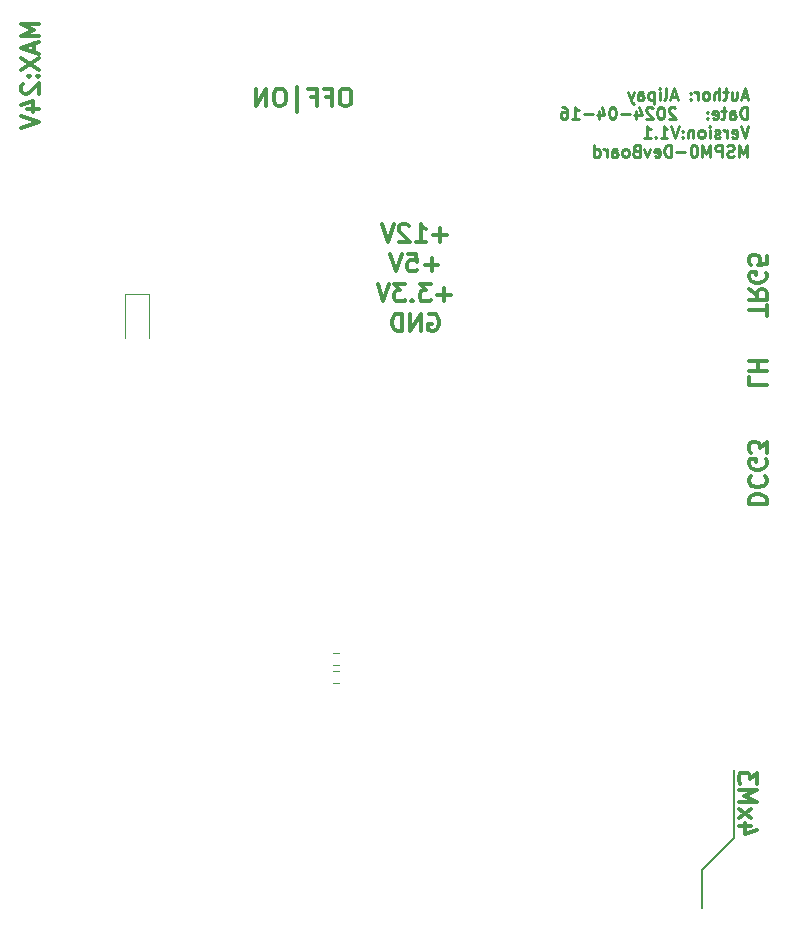
<source format=gbo>
G04 Layer: BottomSilkscreenLayer*
G04 EasyEDA v6.5.25, 2024-03-20 21:11:36*
G04 Gerber Generator version 0.2*
G04 Scale: 100 percent, Rotated: No, Reflected: No *
G04 Dimensions in millimeters  *
G04 leading zeros omitted , absolute positions ,3 integer and 6 decimal *
%TF.GenerationSoftware,KiCad,Pcbnew,8.0.3*%
%TF.CreationDate,2024-07-16T23:19:00+08:00*%
%TF.ProjectId,mspm0,6d73706d-302e-46b6-9963-61645f706362,rev?*%
%TF.SameCoordinates,Original*%
%TF.FileFunction,Legend,Bot*%
%TF.FilePolarity,Positive*%
%FSLAX46Y46*%
G04 Gerber Fmt 4.6, Leading zero omitted, Abs format (unit mm)*
G04 Created by KiCad (PCBNEW 8.0.3) date 2024-07-16 23:19:00*
%MOMM*%
%LPD*%
G01*
G04 APERTURE LIST*
%ADD10C,0.150000*%
%ADD11C,0.300000*%
%ADD12C,0.250000*%
%ADD13C,0.120000*%
G04 APERTURE END LIST*
D10*
X177150000Y-103400000D02*
X179900000Y-100650000D01*
X177150000Y-106600000D02*
X177150000Y-103400000D01*
X179900000Y-100650000D02*
X179900000Y-94950000D01*
D11*
X181121671Y-72407142D02*
X182621671Y-72407142D01*
X182621671Y-72407142D02*
X182621671Y-72049999D01*
X182621671Y-72049999D02*
X182550242Y-71835713D01*
X182550242Y-71835713D02*
X182407385Y-71692856D01*
X182407385Y-71692856D02*
X182264528Y-71621427D01*
X182264528Y-71621427D02*
X181978814Y-71549999D01*
X181978814Y-71549999D02*
X181764528Y-71549999D01*
X181764528Y-71549999D02*
X181478814Y-71621427D01*
X181478814Y-71621427D02*
X181335957Y-71692856D01*
X181335957Y-71692856D02*
X181193100Y-71835713D01*
X181193100Y-71835713D02*
X181121671Y-72049999D01*
X181121671Y-72049999D02*
X181121671Y-72407142D01*
X181264528Y-70049999D02*
X181193100Y-70121427D01*
X181193100Y-70121427D02*
X181121671Y-70335713D01*
X181121671Y-70335713D02*
X181121671Y-70478570D01*
X181121671Y-70478570D02*
X181193100Y-70692856D01*
X181193100Y-70692856D02*
X181335957Y-70835713D01*
X181335957Y-70835713D02*
X181478814Y-70907142D01*
X181478814Y-70907142D02*
X181764528Y-70978570D01*
X181764528Y-70978570D02*
X181978814Y-70978570D01*
X181978814Y-70978570D02*
X182264528Y-70907142D01*
X182264528Y-70907142D02*
X182407385Y-70835713D01*
X182407385Y-70835713D02*
X182550242Y-70692856D01*
X182550242Y-70692856D02*
X182621671Y-70478570D01*
X182621671Y-70478570D02*
X182621671Y-70335713D01*
X182621671Y-70335713D02*
X182550242Y-70121427D01*
X182550242Y-70121427D02*
X182478814Y-70049999D01*
X182550242Y-68621427D02*
X182621671Y-68764285D01*
X182621671Y-68764285D02*
X182621671Y-68978570D01*
X182621671Y-68978570D02*
X182550242Y-69192856D01*
X182550242Y-69192856D02*
X182407385Y-69335713D01*
X182407385Y-69335713D02*
X182264528Y-69407142D01*
X182264528Y-69407142D02*
X181978814Y-69478570D01*
X181978814Y-69478570D02*
X181764528Y-69478570D01*
X181764528Y-69478570D02*
X181478814Y-69407142D01*
X181478814Y-69407142D02*
X181335957Y-69335713D01*
X181335957Y-69335713D02*
X181193100Y-69192856D01*
X181193100Y-69192856D02*
X181121671Y-68978570D01*
X181121671Y-68978570D02*
X181121671Y-68835713D01*
X181121671Y-68835713D02*
X181193100Y-68621427D01*
X181193100Y-68621427D02*
X181264528Y-68549999D01*
X181264528Y-68549999D02*
X181764528Y-68549999D01*
X181764528Y-68549999D02*
X181764528Y-68835713D01*
X182621671Y-68049999D02*
X182621671Y-67121427D01*
X182621671Y-67121427D02*
X182050242Y-67621427D01*
X182050242Y-67621427D02*
X182050242Y-67407142D01*
X182050242Y-67407142D02*
X181978814Y-67264285D01*
X181978814Y-67264285D02*
X181907385Y-67192856D01*
X181907385Y-67192856D02*
X181764528Y-67121427D01*
X181764528Y-67121427D02*
X181407385Y-67121427D01*
X181407385Y-67121427D02*
X181264528Y-67192856D01*
X181264528Y-67192856D02*
X181193100Y-67264285D01*
X181193100Y-67264285D02*
X181121671Y-67407142D01*
X181121671Y-67407142D02*
X181121671Y-67835713D01*
X181121671Y-67835713D02*
X181193100Y-67978570D01*
X181193100Y-67978570D02*
X181264528Y-68049999D01*
X154828571Y-52140233D02*
X153685714Y-52140233D01*
X154257142Y-52711661D02*
X154257142Y-51568804D01*
X152257142Y-51211661D02*
X152971428Y-51211661D01*
X152971428Y-51211661D02*
X153042856Y-51925947D01*
X153042856Y-51925947D02*
X152971428Y-51854518D01*
X152971428Y-51854518D02*
X152828571Y-51783090D01*
X152828571Y-51783090D02*
X152471428Y-51783090D01*
X152471428Y-51783090D02*
X152328571Y-51854518D01*
X152328571Y-51854518D02*
X152257142Y-51925947D01*
X152257142Y-51925947D02*
X152185713Y-52068804D01*
X152185713Y-52068804D02*
X152185713Y-52425947D01*
X152185713Y-52425947D02*
X152257142Y-52568804D01*
X152257142Y-52568804D02*
X152328571Y-52640233D01*
X152328571Y-52640233D02*
X152471428Y-52711661D01*
X152471428Y-52711661D02*
X152828571Y-52711661D01*
X152828571Y-52711661D02*
X152971428Y-52640233D01*
X152971428Y-52640233D02*
X153042856Y-52568804D01*
X151757142Y-51211661D02*
X151257142Y-52711661D01*
X151257142Y-52711661D02*
X150757142Y-51211661D01*
X154042856Y-56349756D02*
X154185714Y-56278327D01*
X154185714Y-56278327D02*
X154399999Y-56278327D01*
X154399999Y-56278327D02*
X154614285Y-56349756D01*
X154614285Y-56349756D02*
X154757142Y-56492613D01*
X154757142Y-56492613D02*
X154828571Y-56635470D01*
X154828571Y-56635470D02*
X154899999Y-56921184D01*
X154899999Y-56921184D02*
X154899999Y-57135470D01*
X154899999Y-57135470D02*
X154828571Y-57421184D01*
X154828571Y-57421184D02*
X154757142Y-57564041D01*
X154757142Y-57564041D02*
X154614285Y-57706899D01*
X154614285Y-57706899D02*
X154399999Y-57778327D01*
X154399999Y-57778327D02*
X154257142Y-57778327D01*
X154257142Y-57778327D02*
X154042856Y-57706899D01*
X154042856Y-57706899D02*
X153971428Y-57635470D01*
X153971428Y-57635470D02*
X153971428Y-57135470D01*
X153971428Y-57135470D02*
X154257142Y-57135470D01*
X153328571Y-57778327D02*
X153328571Y-56278327D01*
X153328571Y-56278327D02*
X152471428Y-57778327D01*
X152471428Y-57778327D02*
X152471428Y-56278327D01*
X151757142Y-57778327D02*
X151757142Y-56278327D01*
X151757142Y-56278327D02*
X151399999Y-56278327D01*
X151399999Y-56278327D02*
X151185713Y-56349756D01*
X151185713Y-56349756D02*
X151042856Y-56492613D01*
X151042856Y-56492613D02*
X150971427Y-56635470D01*
X150971427Y-56635470D02*
X150899999Y-56921184D01*
X150899999Y-56921184D02*
X150899999Y-57135470D01*
X150899999Y-57135470D02*
X150971427Y-57421184D01*
X150971427Y-57421184D02*
X151042856Y-57564041D01*
X151042856Y-57564041D02*
X151185713Y-57706899D01*
X151185713Y-57706899D02*
X151399999Y-57778327D01*
X151399999Y-57778327D02*
X151757142Y-57778327D01*
X155899999Y-54673566D02*
X154757142Y-54673566D01*
X155328570Y-55244994D02*
X155328570Y-54102137D01*
X154185713Y-53744994D02*
X153257141Y-53744994D01*
X153257141Y-53744994D02*
X153757141Y-54316423D01*
X153757141Y-54316423D02*
X153542856Y-54316423D01*
X153542856Y-54316423D02*
X153399999Y-54387851D01*
X153399999Y-54387851D02*
X153328570Y-54459280D01*
X153328570Y-54459280D02*
X153257141Y-54602137D01*
X153257141Y-54602137D02*
X153257141Y-54959280D01*
X153257141Y-54959280D02*
X153328570Y-55102137D01*
X153328570Y-55102137D02*
X153399999Y-55173566D01*
X153399999Y-55173566D02*
X153542856Y-55244994D01*
X153542856Y-55244994D02*
X153971427Y-55244994D01*
X153971427Y-55244994D02*
X154114284Y-55173566D01*
X154114284Y-55173566D02*
X154185713Y-55102137D01*
X152614285Y-55102137D02*
X152542856Y-55173566D01*
X152542856Y-55173566D02*
X152614285Y-55244994D01*
X152614285Y-55244994D02*
X152685713Y-55173566D01*
X152685713Y-55173566D02*
X152614285Y-55102137D01*
X152614285Y-55102137D02*
X152614285Y-55244994D01*
X152042856Y-53744994D02*
X151114284Y-53744994D01*
X151114284Y-53744994D02*
X151614284Y-54316423D01*
X151614284Y-54316423D02*
X151399999Y-54316423D01*
X151399999Y-54316423D02*
X151257142Y-54387851D01*
X151257142Y-54387851D02*
X151185713Y-54459280D01*
X151185713Y-54459280D02*
X151114284Y-54602137D01*
X151114284Y-54602137D02*
X151114284Y-54959280D01*
X151114284Y-54959280D02*
X151185713Y-55102137D01*
X151185713Y-55102137D02*
X151257142Y-55173566D01*
X151257142Y-55173566D02*
X151399999Y-55244994D01*
X151399999Y-55244994D02*
X151828570Y-55244994D01*
X151828570Y-55244994D02*
X151971427Y-55173566D01*
X151971427Y-55173566D02*
X152042856Y-55102137D01*
X150685713Y-53744994D02*
X150185713Y-55244994D01*
X150185713Y-55244994D02*
X149685713Y-53744994D01*
X181271671Y-99642857D02*
X180271671Y-99642857D01*
X181843100Y-99999999D02*
X180771671Y-100357142D01*
X180771671Y-100357142D02*
X180771671Y-99428571D01*
X180271671Y-99000000D02*
X181271671Y-98214286D01*
X181271671Y-99000000D02*
X180271671Y-98214286D01*
X180271671Y-97642857D02*
X181771671Y-97642857D01*
X181771671Y-97642857D02*
X180700242Y-97142857D01*
X180700242Y-97142857D02*
X181771671Y-96642857D01*
X181771671Y-96642857D02*
X180271671Y-96642857D01*
X181771671Y-96071428D02*
X181771671Y-95142856D01*
X181771671Y-95142856D02*
X181200242Y-95642856D01*
X181200242Y-95642856D02*
X181200242Y-95428571D01*
X181200242Y-95428571D02*
X181128814Y-95285714D01*
X181128814Y-95285714D02*
X181057385Y-95214285D01*
X181057385Y-95214285D02*
X180914528Y-95142856D01*
X180914528Y-95142856D02*
X180557385Y-95142856D01*
X180557385Y-95142856D02*
X180414528Y-95214285D01*
X180414528Y-95214285D02*
X180343100Y-95285714D01*
X180343100Y-95285714D02*
X180271671Y-95428571D01*
X180271671Y-95428571D02*
X180271671Y-95857142D01*
X180271671Y-95857142D02*
X180343100Y-95999999D01*
X180343100Y-95999999D02*
X180414528Y-96071428D01*
X147114285Y-37228328D02*
X146828571Y-37228328D01*
X146828571Y-37228328D02*
X146685714Y-37299757D01*
X146685714Y-37299757D02*
X146542857Y-37442614D01*
X146542857Y-37442614D02*
X146471428Y-37728328D01*
X146471428Y-37728328D02*
X146471428Y-38228328D01*
X146471428Y-38228328D02*
X146542857Y-38514042D01*
X146542857Y-38514042D02*
X146685714Y-38656900D01*
X146685714Y-38656900D02*
X146828571Y-38728328D01*
X146828571Y-38728328D02*
X147114285Y-38728328D01*
X147114285Y-38728328D02*
X147257143Y-38656900D01*
X147257143Y-38656900D02*
X147400000Y-38514042D01*
X147400000Y-38514042D02*
X147471428Y-38228328D01*
X147471428Y-38228328D02*
X147471428Y-37728328D01*
X147471428Y-37728328D02*
X147400000Y-37442614D01*
X147400000Y-37442614D02*
X147257143Y-37299757D01*
X147257143Y-37299757D02*
X147114285Y-37228328D01*
X145328571Y-37942614D02*
X145828571Y-37942614D01*
X145828571Y-38728328D02*
X145828571Y-37228328D01*
X145828571Y-37228328D02*
X145114285Y-37228328D01*
X144042857Y-37942614D02*
X144542857Y-37942614D01*
X144542857Y-38728328D02*
X144542857Y-37228328D01*
X144542857Y-37228328D02*
X143828571Y-37228328D01*
X142900000Y-39228328D02*
X142900000Y-37085471D01*
X141542857Y-37228328D02*
X141257143Y-37228328D01*
X141257143Y-37228328D02*
X141114286Y-37299757D01*
X141114286Y-37299757D02*
X140971429Y-37442614D01*
X140971429Y-37442614D02*
X140900000Y-37728328D01*
X140900000Y-37728328D02*
X140900000Y-38228328D01*
X140900000Y-38228328D02*
X140971429Y-38514042D01*
X140971429Y-38514042D02*
X141114286Y-38656900D01*
X141114286Y-38656900D02*
X141257143Y-38728328D01*
X141257143Y-38728328D02*
X141542857Y-38728328D01*
X141542857Y-38728328D02*
X141685715Y-38656900D01*
X141685715Y-38656900D02*
X141828572Y-38514042D01*
X141828572Y-38514042D02*
X141900000Y-38228328D01*
X141900000Y-38228328D02*
X141900000Y-37728328D01*
X141900000Y-37728328D02*
X141828572Y-37442614D01*
X141828572Y-37442614D02*
X141685715Y-37299757D01*
X141685715Y-37299757D02*
X141542857Y-37228328D01*
X140257143Y-38728328D02*
X140257143Y-37228328D01*
X140257143Y-37228328D02*
X139400000Y-38728328D01*
X139400000Y-38728328D02*
X139400000Y-37228328D01*
X155542856Y-49606900D02*
X154399999Y-49606900D01*
X154971427Y-50178328D02*
X154971427Y-49035471D01*
X152899998Y-50178328D02*
X153757141Y-50178328D01*
X153328570Y-50178328D02*
X153328570Y-48678328D01*
X153328570Y-48678328D02*
X153471427Y-48892614D01*
X153471427Y-48892614D02*
X153614284Y-49035471D01*
X153614284Y-49035471D02*
X153757141Y-49106900D01*
X152328570Y-48821185D02*
X152257142Y-48749757D01*
X152257142Y-48749757D02*
X152114285Y-48678328D01*
X152114285Y-48678328D02*
X151757142Y-48678328D01*
X151757142Y-48678328D02*
X151614285Y-48749757D01*
X151614285Y-48749757D02*
X151542856Y-48821185D01*
X151542856Y-48821185D02*
X151471427Y-48964042D01*
X151471427Y-48964042D02*
X151471427Y-49106900D01*
X151471427Y-49106900D02*
X151542856Y-49321185D01*
X151542856Y-49321185D02*
X152399999Y-50178328D01*
X152399999Y-50178328D02*
X151471427Y-50178328D01*
X151042856Y-48678328D02*
X150542856Y-50178328D01*
X150542856Y-50178328D02*
X150042856Y-48678328D01*
D12*
X180995050Y-37898988D02*
X180518860Y-37898988D01*
X181090288Y-38184703D02*
X180756955Y-37184703D01*
X180756955Y-37184703D02*
X180423622Y-38184703D01*
X179661717Y-37518036D02*
X179661717Y-38184703D01*
X180090288Y-37518036D02*
X180090288Y-38041845D01*
X180090288Y-38041845D02*
X180042669Y-38137084D01*
X180042669Y-38137084D02*
X179947431Y-38184703D01*
X179947431Y-38184703D02*
X179804574Y-38184703D01*
X179804574Y-38184703D02*
X179709336Y-38137084D01*
X179709336Y-38137084D02*
X179661717Y-38089464D01*
X179328383Y-37518036D02*
X178947431Y-37518036D01*
X179185526Y-37184703D02*
X179185526Y-38041845D01*
X179185526Y-38041845D02*
X179137907Y-38137084D01*
X179137907Y-38137084D02*
X179042669Y-38184703D01*
X179042669Y-38184703D02*
X178947431Y-38184703D01*
X178614097Y-38184703D02*
X178614097Y-37184703D01*
X178185526Y-38184703D02*
X178185526Y-37660893D01*
X178185526Y-37660893D02*
X178233145Y-37565655D01*
X178233145Y-37565655D02*
X178328383Y-37518036D01*
X178328383Y-37518036D02*
X178471240Y-37518036D01*
X178471240Y-37518036D02*
X178566478Y-37565655D01*
X178566478Y-37565655D02*
X178614097Y-37613274D01*
X177566478Y-38184703D02*
X177661716Y-38137084D01*
X177661716Y-38137084D02*
X177709335Y-38089464D01*
X177709335Y-38089464D02*
X177756954Y-37994226D01*
X177756954Y-37994226D02*
X177756954Y-37708512D01*
X177756954Y-37708512D02*
X177709335Y-37613274D01*
X177709335Y-37613274D02*
X177661716Y-37565655D01*
X177661716Y-37565655D02*
X177566478Y-37518036D01*
X177566478Y-37518036D02*
X177423621Y-37518036D01*
X177423621Y-37518036D02*
X177328383Y-37565655D01*
X177328383Y-37565655D02*
X177280764Y-37613274D01*
X177280764Y-37613274D02*
X177233145Y-37708512D01*
X177233145Y-37708512D02*
X177233145Y-37994226D01*
X177233145Y-37994226D02*
X177280764Y-38089464D01*
X177280764Y-38089464D02*
X177328383Y-38137084D01*
X177328383Y-38137084D02*
X177423621Y-38184703D01*
X177423621Y-38184703D02*
X177566478Y-38184703D01*
X176804573Y-38184703D02*
X176804573Y-37518036D01*
X176804573Y-37708512D02*
X176756954Y-37613274D01*
X176756954Y-37613274D02*
X176709335Y-37565655D01*
X176709335Y-37565655D02*
X176614097Y-37518036D01*
X176614097Y-37518036D02*
X176518859Y-37518036D01*
X176185525Y-38089464D02*
X176137906Y-38137084D01*
X176137906Y-38137084D02*
X176185525Y-38184703D01*
X176185525Y-38184703D02*
X176233144Y-38137084D01*
X176233144Y-38137084D02*
X176185525Y-38089464D01*
X176185525Y-38089464D02*
X176185525Y-38184703D01*
X176185525Y-37565655D02*
X176137906Y-37613274D01*
X176137906Y-37613274D02*
X176185525Y-37660893D01*
X176185525Y-37660893D02*
X176233144Y-37613274D01*
X176233144Y-37613274D02*
X176185525Y-37565655D01*
X176185525Y-37565655D02*
X176185525Y-37660893D01*
X174995049Y-37898988D02*
X174518859Y-37898988D01*
X175090287Y-38184703D02*
X174756954Y-37184703D01*
X174756954Y-37184703D02*
X174423621Y-38184703D01*
X173947430Y-38184703D02*
X174042668Y-38137084D01*
X174042668Y-38137084D02*
X174090287Y-38041845D01*
X174090287Y-38041845D02*
X174090287Y-37184703D01*
X173566477Y-38184703D02*
X173566477Y-37518036D01*
X173566477Y-37184703D02*
X173614096Y-37232322D01*
X173614096Y-37232322D02*
X173566477Y-37279941D01*
X173566477Y-37279941D02*
X173518858Y-37232322D01*
X173518858Y-37232322D02*
X173566477Y-37184703D01*
X173566477Y-37184703D02*
X173566477Y-37279941D01*
X173090287Y-37518036D02*
X173090287Y-38518036D01*
X173090287Y-37565655D02*
X172995049Y-37518036D01*
X172995049Y-37518036D02*
X172804573Y-37518036D01*
X172804573Y-37518036D02*
X172709335Y-37565655D01*
X172709335Y-37565655D02*
X172661716Y-37613274D01*
X172661716Y-37613274D02*
X172614097Y-37708512D01*
X172614097Y-37708512D02*
X172614097Y-37994226D01*
X172614097Y-37994226D02*
X172661716Y-38089464D01*
X172661716Y-38089464D02*
X172709335Y-38137084D01*
X172709335Y-38137084D02*
X172804573Y-38184703D01*
X172804573Y-38184703D02*
X172995049Y-38184703D01*
X172995049Y-38184703D02*
X173090287Y-38137084D01*
X171756954Y-38184703D02*
X171756954Y-37660893D01*
X171756954Y-37660893D02*
X171804573Y-37565655D01*
X171804573Y-37565655D02*
X171899811Y-37518036D01*
X171899811Y-37518036D02*
X172090287Y-37518036D01*
X172090287Y-37518036D02*
X172185525Y-37565655D01*
X171756954Y-38137084D02*
X171852192Y-38184703D01*
X171852192Y-38184703D02*
X172090287Y-38184703D01*
X172090287Y-38184703D02*
X172185525Y-38137084D01*
X172185525Y-38137084D02*
X172233144Y-38041845D01*
X172233144Y-38041845D02*
X172233144Y-37946607D01*
X172233144Y-37946607D02*
X172185525Y-37851369D01*
X172185525Y-37851369D02*
X172090287Y-37803750D01*
X172090287Y-37803750D02*
X171852192Y-37803750D01*
X171852192Y-37803750D02*
X171756954Y-37756131D01*
X171376001Y-37518036D02*
X171137906Y-38184703D01*
X170899811Y-37518036D02*
X171137906Y-38184703D01*
X171137906Y-38184703D02*
X171233144Y-38422798D01*
X171233144Y-38422798D02*
X171280763Y-38470417D01*
X171280763Y-38470417D02*
X171376001Y-38518036D01*
X180947431Y-39794647D02*
X180947431Y-38794647D01*
X180947431Y-38794647D02*
X180709336Y-38794647D01*
X180709336Y-38794647D02*
X180566479Y-38842266D01*
X180566479Y-38842266D02*
X180471241Y-38937504D01*
X180471241Y-38937504D02*
X180423622Y-39032742D01*
X180423622Y-39032742D02*
X180376003Y-39223218D01*
X180376003Y-39223218D02*
X180376003Y-39366075D01*
X180376003Y-39366075D02*
X180423622Y-39556551D01*
X180423622Y-39556551D02*
X180471241Y-39651789D01*
X180471241Y-39651789D02*
X180566479Y-39747028D01*
X180566479Y-39747028D02*
X180709336Y-39794647D01*
X180709336Y-39794647D02*
X180947431Y-39794647D01*
X179518860Y-39794647D02*
X179518860Y-39270837D01*
X179518860Y-39270837D02*
X179566479Y-39175599D01*
X179566479Y-39175599D02*
X179661717Y-39127980D01*
X179661717Y-39127980D02*
X179852193Y-39127980D01*
X179852193Y-39127980D02*
X179947431Y-39175599D01*
X179518860Y-39747028D02*
X179614098Y-39794647D01*
X179614098Y-39794647D02*
X179852193Y-39794647D01*
X179852193Y-39794647D02*
X179947431Y-39747028D01*
X179947431Y-39747028D02*
X179995050Y-39651789D01*
X179995050Y-39651789D02*
X179995050Y-39556551D01*
X179995050Y-39556551D02*
X179947431Y-39461313D01*
X179947431Y-39461313D02*
X179852193Y-39413694D01*
X179852193Y-39413694D02*
X179614098Y-39413694D01*
X179614098Y-39413694D02*
X179518860Y-39366075D01*
X179185526Y-39127980D02*
X178804574Y-39127980D01*
X179042669Y-38794647D02*
X179042669Y-39651789D01*
X179042669Y-39651789D02*
X178995050Y-39747028D01*
X178995050Y-39747028D02*
X178899812Y-39794647D01*
X178899812Y-39794647D02*
X178804574Y-39794647D01*
X178090288Y-39747028D02*
X178185526Y-39794647D01*
X178185526Y-39794647D02*
X178376002Y-39794647D01*
X178376002Y-39794647D02*
X178471240Y-39747028D01*
X178471240Y-39747028D02*
X178518859Y-39651789D01*
X178518859Y-39651789D02*
X178518859Y-39270837D01*
X178518859Y-39270837D02*
X178471240Y-39175599D01*
X178471240Y-39175599D02*
X178376002Y-39127980D01*
X178376002Y-39127980D02*
X178185526Y-39127980D01*
X178185526Y-39127980D02*
X178090288Y-39175599D01*
X178090288Y-39175599D02*
X178042669Y-39270837D01*
X178042669Y-39270837D02*
X178042669Y-39366075D01*
X178042669Y-39366075D02*
X178518859Y-39461313D01*
X177614097Y-39699408D02*
X177566478Y-39747028D01*
X177566478Y-39747028D02*
X177614097Y-39794647D01*
X177614097Y-39794647D02*
X177661716Y-39747028D01*
X177661716Y-39747028D02*
X177614097Y-39699408D01*
X177614097Y-39699408D02*
X177614097Y-39794647D01*
X177614097Y-39175599D02*
X177566478Y-39223218D01*
X177566478Y-39223218D02*
X177614097Y-39270837D01*
X177614097Y-39270837D02*
X177661716Y-39223218D01*
X177661716Y-39223218D02*
X177614097Y-39175599D01*
X177614097Y-39175599D02*
X177614097Y-39270837D01*
X174899811Y-38889885D02*
X174852192Y-38842266D01*
X174852192Y-38842266D02*
X174756954Y-38794647D01*
X174756954Y-38794647D02*
X174518859Y-38794647D01*
X174518859Y-38794647D02*
X174423621Y-38842266D01*
X174423621Y-38842266D02*
X174376002Y-38889885D01*
X174376002Y-38889885D02*
X174328383Y-38985123D01*
X174328383Y-38985123D02*
X174328383Y-39080361D01*
X174328383Y-39080361D02*
X174376002Y-39223218D01*
X174376002Y-39223218D02*
X174947430Y-39794647D01*
X174947430Y-39794647D02*
X174328383Y-39794647D01*
X173709335Y-38794647D02*
X173614097Y-38794647D01*
X173614097Y-38794647D02*
X173518859Y-38842266D01*
X173518859Y-38842266D02*
X173471240Y-38889885D01*
X173471240Y-38889885D02*
X173423621Y-38985123D01*
X173423621Y-38985123D02*
X173376002Y-39175599D01*
X173376002Y-39175599D02*
X173376002Y-39413694D01*
X173376002Y-39413694D02*
X173423621Y-39604170D01*
X173423621Y-39604170D02*
X173471240Y-39699408D01*
X173471240Y-39699408D02*
X173518859Y-39747028D01*
X173518859Y-39747028D02*
X173614097Y-39794647D01*
X173614097Y-39794647D02*
X173709335Y-39794647D01*
X173709335Y-39794647D02*
X173804573Y-39747028D01*
X173804573Y-39747028D02*
X173852192Y-39699408D01*
X173852192Y-39699408D02*
X173899811Y-39604170D01*
X173899811Y-39604170D02*
X173947430Y-39413694D01*
X173947430Y-39413694D02*
X173947430Y-39175599D01*
X173947430Y-39175599D02*
X173899811Y-38985123D01*
X173899811Y-38985123D02*
X173852192Y-38889885D01*
X173852192Y-38889885D02*
X173804573Y-38842266D01*
X173804573Y-38842266D02*
X173709335Y-38794647D01*
X172995049Y-38889885D02*
X172947430Y-38842266D01*
X172947430Y-38842266D02*
X172852192Y-38794647D01*
X172852192Y-38794647D02*
X172614097Y-38794647D01*
X172614097Y-38794647D02*
X172518859Y-38842266D01*
X172518859Y-38842266D02*
X172471240Y-38889885D01*
X172471240Y-38889885D02*
X172423621Y-38985123D01*
X172423621Y-38985123D02*
X172423621Y-39080361D01*
X172423621Y-39080361D02*
X172471240Y-39223218D01*
X172471240Y-39223218D02*
X173042668Y-39794647D01*
X173042668Y-39794647D02*
X172423621Y-39794647D01*
X171566478Y-39127980D02*
X171566478Y-39794647D01*
X171804573Y-38747028D02*
X172042668Y-39461313D01*
X172042668Y-39461313D02*
X171423621Y-39461313D01*
X171042668Y-39413694D02*
X170280764Y-39413694D01*
X169614097Y-38794647D02*
X169518859Y-38794647D01*
X169518859Y-38794647D02*
X169423621Y-38842266D01*
X169423621Y-38842266D02*
X169376002Y-38889885D01*
X169376002Y-38889885D02*
X169328383Y-38985123D01*
X169328383Y-38985123D02*
X169280764Y-39175599D01*
X169280764Y-39175599D02*
X169280764Y-39413694D01*
X169280764Y-39413694D02*
X169328383Y-39604170D01*
X169328383Y-39604170D02*
X169376002Y-39699408D01*
X169376002Y-39699408D02*
X169423621Y-39747028D01*
X169423621Y-39747028D02*
X169518859Y-39794647D01*
X169518859Y-39794647D02*
X169614097Y-39794647D01*
X169614097Y-39794647D02*
X169709335Y-39747028D01*
X169709335Y-39747028D02*
X169756954Y-39699408D01*
X169756954Y-39699408D02*
X169804573Y-39604170D01*
X169804573Y-39604170D02*
X169852192Y-39413694D01*
X169852192Y-39413694D02*
X169852192Y-39175599D01*
X169852192Y-39175599D02*
X169804573Y-38985123D01*
X169804573Y-38985123D02*
X169756954Y-38889885D01*
X169756954Y-38889885D02*
X169709335Y-38842266D01*
X169709335Y-38842266D02*
X169614097Y-38794647D01*
X168423621Y-39127980D02*
X168423621Y-39794647D01*
X168661716Y-38747028D02*
X168899811Y-39461313D01*
X168899811Y-39461313D02*
X168280764Y-39461313D01*
X167899811Y-39413694D02*
X167137907Y-39413694D01*
X166137907Y-39794647D02*
X166709335Y-39794647D01*
X166423621Y-39794647D02*
X166423621Y-38794647D01*
X166423621Y-38794647D02*
X166518859Y-38937504D01*
X166518859Y-38937504D02*
X166614097Y-39032742D01*
X166614097Y-39032742D02*
X166709335Y-39080361D01*
X165280764Y-38794647D02*
X165471240Y-38794647D01*
X165471240Y-38794647D02*
X165566478Y-38842266D01*
X165566478Y-38842266D02*
X165614097Y-38889885D01*
X165614097Y-38889885D02*
X165709335Y-39032742D01*
X165709335Y-39032742D02*
X165756954Y-39223218D01*
X165756954Y-39223218D02*
X165756954Y-39604170D01*
X165756954Y-39604170D02*
X165709335Y-39699408D01*
X165709335Y-39699408D02*
X165661716Y-39747028D01*
X165661716Y-39747028D02*
X165566478Y-39794647D01*
X165566478Y-39794647D02*
X165376002Y-39794647D01*
X165376002Y-39794647D02*
X165280764Y-39747028D01*
X165280764Y-39747028D02*
X165233145Y-39699408D01*
X165233145Y-39699408D02*
X165185526Y-39604170D01*
X165185526Y-39604170D02*
X165185526Y-39366075D01*
X165185526Y-39366075D02*
X165233145Y-39270837D01*
X165233145Y-39270837D02*
X165280764Y-39223218D01*
X165280764Y-39223218D02*
X165376002Y-39175599D01*
X165376002Y-39175599D02*
X165566478Y-39175599D01*
X165566478Y-39175599D02*
X165661716Y-39223218D01*
X165661716Y-39223218D02*
X165709335Y-39270837D01*
X165709335Y-39270837D02*
X165756954Y-39366075D01*
X181090288Y-40404591D02*
X180756955Y-41404591D01*
X180756955Y-41404591D02*
X180423622Y-40404591D01*
X179709336Y-41356972D02*
X179804574Y-41404591D01*
X179804574Y-41404591D02*
X179995050Y-41404591D01*
X179995050Y-41404591D02*
X180090288Y-41356972D01*
X180090288Y-41356972D02*
X180137907Y-41261733D01*
X180137907Y-41261733D02*
X180137907Y-40880781D01*
X180137907Y-40880781D02*
X180090288Y-40785543D01*
X180090288Y-40785543D02*
X179995050Y-40737924D01*
X179995050Y-40737924D02*
X179804574Y-40737924D01*
X179804574Y-40737924D02*
X179709336Y-40785543D01*
X179709336Y-40785543D02*
X179661717Y-40880781D01*
X179661717Y-40880781D02*
X179661717Y-40976019D01*
X179661717Y-40976019D02*
X180137907Y-41071257D01*
X179233145Y-41404591D02*
X179233145Y-40737924D01*
X179233145Y-40928400D02*
X179185526Y-40833162D01*
X179185526Y-40833162D02*
X179137907Y-40785543D01*
X179137907Y-40785543D02*
X179042669Y-40737924D01*
X179042669Y-40737924D02*
X178947431Y-40737924D01*
X178661716Y-41356972D02*
X178566478Y-41404591D01*
X178566478Y-41404591D02*
X178376002Y-41404591D01*
X178376002Y-41404591D02*
X178280764Y-41356972D01*
X178280764Y-41356972D02*
X178233145Y-41261733D01*
X178233145Y-41261733D02*
X178233145Y-41214114D01*
X178233145Y-41214114D02*
X178280764Y-41118876D01*
X178280764Y-41118876D02*
X178376002Y-41071257D01*
X178376002Y-41071257D02*
X178518859Y-41071257D01*
X178518859Y-41071257D02*
X178614097Y-41023638D01*
X178614097Y-41023638D02*
X178661716Y-40928400D01*
X178661716Y-40928400D02*
X178661716Y-40880781D01*
X178661716Y-40880781D02*
X178614097Y-40785543D01*
X178614097Y-40785543D02*
X178518859Y-40737924D01*
X178518859Y-40737924D02*
X178376002Y-40737924D01*
X178376002Y-40737924D02*
X178280764Y-40785543D01*
X177804573Y-41404591D02*
X177804573Y-40737924D01*
X177804573Y-40404591D02*
X177852192Y-40452210D01*
X177852192Y-40452210D02*
X177804573Y-40499829D01*
X177804573Y-40499829D02*
X177756954Y-40452210D01*
X177756954Y-40452210D02*
X177804573Y-40404591D01*
X177804573Y-40404591D02*
X177804573Y-40499829D01*
X177185526Y-41404591D02*
X177280764Y-41356972D01*
X177280764Y-41356972D02*
X177328383Y-41309352D01*
X177328383Y-41309352D02*
X177376002Y-41214114D01*
X177376002Y-41214114D02*
X177376002Y-40928400D01*
X177376002Y-40928400D02*
X177328383Y-40833162D01*
X177328383Y-40833162D02*
X177280764Y-40785543D01*
X177280764Y-40785543D02*
X177185526Y-40737924D01*
X177185526Y-40737924D02*
X177042669Y-40737924D01*
X177042669Y-40737924D02*
X176947431Y-40785543D01*
X176947431Y-40785543D02*
X176899812Y-40833162D01*
X176899812Y-40833162D02*
X176852193Y-40928400D01*
X176852193Y-40928400D02*
X176852193Y-41214114D01*
X176852193Y-41214114D02*
X176899812Y-41309352D01*
X176899812Y-41309352D02*
X176947431Y-41356972D01*
X176947431Y-41356972D02*
X177042669Y-41404591D01*
X177042669Y-41404591D02*
X177185526Y-41404591D01*
X176423621Y-40737924D02*
X176423621Y-41404591D01*
X176423621Y-40833162D02*
X176376002Y-40785543D01*
X176376002Y-40785543D02*
X176280764Y-40737924D01*
X176280764Y-40737924D02*
X176137907Y-40737924D01*
X176137907Y-40737924D02*
X176042669Y-40785543D01*
X176042669Y-40785543D02*
X175995050Y-40880781D01*
X175995050Y-40880781D02*
X175995050Y-41404591D01*
X175518859Y-41309352D02*
X175471240Y-41356972D01*
X175471240Y-41356972D02*
X175518859Y-41404591D01*
X175518859Y-41404591D02*
X175566478Y-41356972D01*
X175566478Y-41356972D02*
X175518859Y-41309352D01*
X175518859Y-41309352D02*
X175518859Y-41404591D01*
X175518859Y-40785543D02*
X175471240Y-40833162D01*
X175471240Y-40833162D02*
X175518859Y-40880781D01*
X175518859Y-40880781D02*
X175566478Y-40833162D01*
X175566478Y-40833162D02*
X175518859Y-40785543D01*
X175518859Y-40785543D02*
X175518859Y-40880781D01*
X175185526Y-40404591D02*
X174852193Y-41404591D01*
X174852193Y-41404591D02*
X174518860Y-40404591D01*
X173661717Y-41404591D02*
X174233145Y-41404591D01*
X173947431Y-41404591D02*
X173947431Y-40404591D01*
X173947431Y-40404591D02*
X174042669Y-40547448D01*
X174042669Y-40547448D02*
X174137907Y-40642686D01*
X174137907Y-40642686D02*
X174233145Y-40690305D01*
X173233145Y-41309352D02*
X173185526Y-41356972D01*
X173185526Y-41356972D02*
X173233145Y-41404591D01*
X173233145Y-41404591D02*
X173280764Y-41356972D01*
X173280764Y-41356972D02*
X173233145Y-41309352D01*
X173233145Y-41309352D02*
X173233145Y-41404591D01*
X172233146Y-41404591D02*
X172804574Y-41404591D01*
X172518860Y-41404591D02*
X172518860Y-40404591D01*
X172518860Y-40404591D02*
X172614098Y-40547448D01*
X172614098Y-40547448D02*
X172709336Y-40642686D01*
X172709336Y-40642686D02*
X172804574Y-40690305D01*
X180947431Y-43014535D02*
X180947431Y-42014535D01*
X180947431Y-42014535D02*
X180614098Y-42728820D01*
X180614098Y-42728820D02*
X180280765Y-42014535D01*
X180280765Y-42014535D02*
X180280765Y-43014535D01*
X179852193Y-42966916D02*
X179709336Y-43014535D01*
X179709336Y-43014535D02*
X179471241Y-43014535D01*
X179471241Y-43014535D02*
X179376003Y-42966916D01*
X179376003Y-42966916D02*
X179328384Y-42919296D01*
X179328384Y-42919296D02*
X179280765Y-42824058D01*
X179280765Y-42824058D02*
X179280765Y-42728820D01*
X179280765Y-42728820D02*
X179328384Y-42633582D01*
X179328384Y-42633582D02*
X179376003Y-42585963D01*
X179376003Y-42585963D02*
X179471241Y-42538344D01*
X179471241Y-42538344D02*
X179661717Y-42490725D01*
X179661717Y-42490725D02*
X179756955Y-42443106D01*
X179756955Y-42443106D02*
X179804574Y-42395487D01*
X179804574Y-42395487D02*
X179852193Y-42300249D01*
X179852193Y-42300249D02*
X179852193Y-42205011D01*
X179852193Y-42205011D02*
X179804574Y-42109773D01*
X179804574Y-42109773D02*
X179756955Y-42062154D01*
X179756955Y-42062154D02*
X179661717Y-42014535D01*
X179661717Y-42014535D02*
X179423622Y-42014535D01*
X179423622Y-42014535D02*
X179280765Y-42062154D01*
X178852193Y-43014535D02*
X178852193Y-42014535D01*
X178852193Y-42014535D02*
X178471241Y-42014535D01*
X178471241Y-42014535D02*
X178376003Y-42062154D01*
X178376003Y-42062154D02*
X178328384Y-42109773D01*
X178328384Y-42109773D02*
X178280765Y-42205011D01*
X178280765Y-42205011D02*
X178280765Y-42347868D01*
X178280765Y-42347868D02*
X178328384Y-42443106D01*
X178328384Y-42443106D02*
X178376003Y-42490725D01*
X178376003Y-42490725D02*
X178471241Y-42538344D01*
X178471241Y-42538344D02*
X178852193Y-42538344D01*
X177852193Y-43014535D02*
X177852193Y-42014535D01*
X177852193Y-42014535D02*
X177518860Y-42728820D01*
X177518860Y-42728820D02*
X177185527Y-42014535D01*
X177185527Y-42014535D02*
X177185527Y-43014535D01*
X176518860Y-42014535D02*
X176423622Y-42014535D01*
X176423622Y-42014535D02*
X176328384Y-42062154D01*
X176328384Y-42062154D02*
X176280765Y-42109773D01*
X176280765Y-42109773D02*
X176233146Y-42205011D01*
X176233146Y-42205011D02*
X176185527Y-42395487D01*
X176185527Y-42395487D02*
X176185527Y-42633582D01*
X176185527Y-42633582D02*
X176233146Y-42824058D01*
X176233146Y-42824058D02*
X176280765Y-42919296D01*
X176280765Y-42919296D02*
X176328384Y-42966916D01*
X176328384Y-42966916D02*
X176423622Y-43014535D01*
X176423622Y-43014535D02*
X176518860Y-43014535D01*
X176518860Y-43014535D02*
X176614098Y-42966916D01*
X176614098Y-42966916D02*
X176661717Y-42919296D01*
X176661717Y-42919296D02*
X176709336Y-42824058D01*
X176709336Y-42824058D02*
X176756955Y-42633582D01*
X176756955Y-42633582D02*
X176756955Y-42395487D01*
X176756955Y-42395487D02*
X176709336Y-42205011D01*
X176709336Y-42205011D02*
X176661717Y-42109773D01*
X176661717Y-42109773D02*
X176614098Y-42062154D01*
X176614098Y-42062154D02*
X176518860Y-42014535D01*
X175756955Y-42633582D02*
X174995051Y-42633582D01*
X174518860Y-43014535D02*
X174518860Y-42014535D01*
X174518860Y-42014535D02*
X174280765Y-42014535D01*
X174280765Y-42014535D02*
X174137908Y-42062154D01*
X174137908Y-42062154D02*
X174042670Y-42157392D01*
X174042670Y-42157392D02*
X173995051Y-42252630D01*
X173995051Y-42252630D02*
X173947432Y-42443106D01*
X173947432Y-42443106D02*
X173947432Y-42585963D01*
X173947432Y-42585963D02*
X173995051Y-42776439D01*
X173995051Y-42776439D02*
X174042670Y-42871677D01*
X174042670Y-42871677D02*
X174137908Y-42966916D01*
X174137908Y-42966916D02*
X174280765Y-43014535D01*
X174280765Y-43014535D02*
X174518860Y-43014535D01*
X173137908Y-42966916D02*
X173233146Y-43014535D01*
X173233146Y-43014535D02*
X173423622Y-43014535D01*
X173423622Y-43014535D02*
X173518860Y-42966916D01*
X173518860Y-42966916D02*
X173566479Y-42871677D01*
X173566479Y-42871677D02*
X173566479Y-42490725D01*
X173566479Y-42490725D02*
X173518860Y-42395487D01*
X173518860Y-42395487D02*
X173423622Y-42347868D01*
X173423622Y-42347868D02*
X173233146Y-42347868D01*
X173233146Y-42347868D02*
X173137908Y-42395487D01*
X173137908Y-42395487D02*
X173090289Y-42490725D01*
X173090289Y-42490725D02*
X173090289Y-42585963D01*
X173090289Y-42585963D02*
X173566479Y-42681201D01*
X172756955Y-42347868D02*
X172518860Y-43014535D01*
X172518860Y-43014535D02*
X172280765Y-42347868D01*
X171566479Y-42490725D02*
X171423622Y-42538344D01*
X171423622Y-42538344D02*
X171376003Y-42585963D01*
X171376003Y-42585963D02*
X171328384Y-42681201D01*
X171328384Y-42681201D02*
X171328384Y-42824058D01*
X171328384Y-42824058D02*
X171376003Y-42919296D01*
X171376003Y-42919296D02*
X171423622Y-42966916D01*
X171423622Y-42966916D02*
X171518860Y-43014535D01*
X171518860Y-43014535D02*
X171899812Y-43014535D01*
X171899812Y-43014535D02*
X171899812Y-42014535D01*
X171899812Y-42014535D02*
X171566479Y-42014535D01*
X171566479Y-42014535D02*
X171471241Y-42062154D01*
X171471241Y-42062154D02*
X171423622Y-42109773D01*
X171423622Y-42109773D02*
X171376003Y-42205011D01*
X171376003Y-42205011D02*
X171376003Y-42300249D01*
X171376003Y-42300249D02*
X171423622Y-42395487D01*
X171423622Y-42395487D02*
X171471241Y-42443106D01*
X171471241Y-42443106D02*
X171566479Y-42490725D01*
X171566479Y-42490725D02*
X171899812Y-42490725D01*
X170756955Y-43014535D02*
X170852193Y-42966916D01*
X170852193Y-42966916D02*
X170899812Y-42919296D01*
X170899812Y-42919296D02*
X170947431Y-42824058D01*
X170947431Y-42824058D02*
X170947431Y-42538344D01*
X170947431Y-42538344D02*
X170899812Y-42443106D01*
X170899812Y-42443106D02*
X170852193Y-42395487D01*
X170852193Y-42395487D02*
X170756955Y-42347868D01*
X170756955Y-42347868D02*
X170614098Y-42347868D01*
X170614098Y-42347868D02*
X170518860Y-42395487D01*
X170518860Y-42395487D02*
X170471241Y-42443106D01*
X170471241Y-42443106D02*
X170423622Y-42538344D01*
X170423622Y-42538344D02*
X170423622Y-42824058D01*
X170423622Y-42824058D02*
X170471241Y-42919296D01*
X170471241Y-42919296D02*
X170518860Y-42966916D01*
X170518860Y-42966916D02*
X170614098Y-43014535D01*
X170614098Y-43014535D02*
X170756955Y-43014535D01*
X169566479Y-43014535D02*
X169566479Y-42490725D01*
X169566479Y-42490725D02*
X169614098Y-42395487D01*
X169614098Y-42395487D02*
X169709336Y-42347868D01*
X169709336Y-42347868D02*
X169899812Y-42347868D01*
X169899812Y-42347868D02*
X169995050Y-42395487D01*
X169566479Y-42966916D02*
X169661717Y-43014535D01*
X169661717Y-43014535D02*
X169899812Y-43014535D01*
X169899812Y-43014535D02*
X169995050Y-42966916D01*
X169995050Y-42966916D02*
X170042669Y-42871677D01*
X170042669Y-42871677D02*
X170042669Y-42776439D01*
X170042669Y-42776439D02*
X169995050Y-42681201D01*
X169995050Y-42681201D02*
X169899812Y-42633582D01*
X169899812Y-42633582D02*
X169661717Y-42633582D01*
X169661717Y-42633582D02*
X169566479Y-42585963D01*
X169090288Y-43014535D02*
X169090288Y-42347868D01*
X169090288Y-42538344D02*
X169042669Y-42443106D01*
X169042669Y-42443106D02*
X168995050Y-42395487D01*
X168995050Y-42395487D02*
X168899812Y-42347868D01*
X168899812Y-42347868D02*
X168804574Y-42347868D01*
X168042669Y-43014535D02*
X168042669Y-42014535D01*
X168042669Y-42966916D02*
X168137907Y-43014535D01*
X168137907Y-43014535D02*
X168328383Y-43014535D01*
X168328383Y-43014535D02*
X168423621Y-42966916D01*
X168423621Y-42966916D02*
X168471240Y-42919296D01*
X168471240Y-42919296D02*
X168518859Y-42824058D01*
X168518859Y-42824058D02*
X168518859Y-42538344D01*
X168518859Y-42538344D02*
X168471240Y-42443106D01*
X168471240Y-42443106D02*
X168423621Y-42395487D01*
X168423621Y-42395487D02*
X168328383Y-42347868D01*
X168328383Y-42347868D02*
X168137907Y-42347868D01*
X168137907Y-42347868D02*
X168042669Y-42395487D01*
D11*
X181121671Y-61621428D02*
X181121671Y-62335714D01*
X181121671Y-62335714D02*
X182621671Y-62335714D01*
X181121671Y-61121428D02*
X182621671Y-61121428D01*
X181907385Y-61121428D02*
X181907385Y-60264285D01*
X181121671Y-60264285D02*
X182621671Y-60264285D01*
X121028328Y-31764286D02*
X119528328Y-31764286D01*
X119528328Y-31764286D02*
X120599757Y-32264286D01*
X120599757Y-32264286D02*
X119528328Y-32764286D01*
X119528328Y-32764286D02*
X121028328Y-32764286D01*
X120599757Y-33407144D02*
X120599757Y-34121430D01*
X121028328Y-33264287D02*
X119528328Y-33764287D01*
X119528328Y-33764287D02*
X121028328Y-34264287D01*
X119528328Y-34621429D02*
X121028328Y-35621429D01*
X119528328Y-35621429D02*
X121028328Y-34621429D01*
X120885471Y-36192857D02*
X120956900Y-36264286D01*
X120956900Y-36264286D02*
X121028328Y-36192857D01*
X121028328Y-36192857D02*
X120956900Y-36121429D01*
X120956900Y-36121429D02*
X120885471Y-36192857D01*
X120885471Y-36192857D02*
X121028328Y-36192857D01*
X120099757Y-36192857D02*
X120171185Y-36264286D01*
X120171185Y-36264286D02*
X120242614Y-36192857D01*
X120242614Y-36192857D02*
X120171185Y-36121429D01*
X120171185Y-36121429D02*
X120099757Y-36192857D01*
X120099757Y-36192857D02*
X120242614Y-36192857D01*
X119671185Y-36835715D02*
X119599757Y-36907143D01*
X119599757Y-36907143D02*
X119528328Y-37050001D01*
X119528328Y-37050001D02*
X119528328Y-37407143D01*
X119528328Y-37407143D02*
X119599757Y-37550001D01*
X119599757Y-37550001D02*
X119671185Y-37621429D01*
X119671185Y-37621429D02*
X119814042Y-37692858D01*
X119814042Y-37692858D02*
X119956900Y-37692858D01*
X119956900Y-37692858D02*
X120171185Y-37621429D01*
X120171185Y-37621429D02*
X121028328Y-36764286D01*
X121028328Y-36764286D02*
X121028328Y-37692858D01*
X120028328Y-38978572D02*
X121028328Y-38978572D01*
X119456900Y-38621429D02*
X120528328Y-38264286D01*
X120528328Y-38264286D02*
X120528328Y-39192857D01*
X119528328Y-39550000D02*
X121028328Y-40050000D01*
X121028328Y-40050000D02*
X119528328Y-40550000D01*
X182621671Y-56442856D02*
X182621671Y-55585714D01*
X181121671Y-56014285D02*
X182621671Y-56014285D01*
X181121671Y-54228571D02*
X181835957Y-54728571D01*
X181121671Y-55085714D02*
X182621671Y-55085714D01*
X182621671Y-55085714D02*
X182621671Y-54514285D01*
X182621671Y-54514285D02*
X182550242Y-54371428D01*
X182550242Y-54371428D02*
X182478814Y-54299999D01*
X182478814Y-54299999D02*
X182335957Y-54228571D01*
X182335957Y-54228571D02*
X182121671Y-54228571D01*
X182121671Y-54228571D02*
X181978814Y-54299999D01*
X181978814Y-54299999D02*
X181907385Y-54371428D01*
X181907385Y-54371428D02*
X181835957Y-54514285D01*
X181835957Y-54514285D02*
X181835957Y-55085714D01*
X182550242Y-52799999D02*
X182621671Y-52942857D01*
X182621671Y-52942857D02*
X182621671Y-53157142D01*
X182621671Y-53157142D02*
X182550242Y-53371428D01*
X182550242Y-53371428D02*
X182407385Y-53514285D01*
X182407385Y-53514285D02*
X182264528Y-53585714D01*
X182264528Y-53585714D02*
X181978814Y-53657142D01*
X181978814Y-53657142D02*
X181764528Y-53657142D01*
X181764528Y-53657142D02*
X181478814Y-53585714D01*
X181478814Y-53585714D02*
X181335957Y-53514285D01*
X181335957Y-53514285D02*
X181193100Y-53371428D01*
X181193100Y-53371428D02*
X181121671Y-53157142D01*
X181121671Y-53157142D02*
X181121671Y-53014285D01*
X181121671Y-53014285D02*
X181193100Y-52799999D01*
X181193100Y-52799999D02*
X181264528Y-52728571D01*
X181264528Y-52728571D02*
X181764528Y-52728571D01*
X181764528Y-52728571D02*
X181764528Y-53014285D01*
X182621671Y-51371428D02*
X182621671Y-52085714D01*
X182621671Y-52085714D02*
X181907385Y-52157142D01*
X181907385Y-52157142D02*
X181978814Y-52085714D01*
X181978814Y-52085714D02*
X182050242Y-51942857D01*
X182050242Y-51942857D02*
X182050242Y-51585714D01*
X182050242Y-51585714D02*
X181978814Y-51442857D01*
X181978814Y-51442857D02*
X181907385Y-51371428D01*
X181907385Y-51371428D02*
X181764528Y-51299999D01*
X181764528Y-51299999D02*
X181407385Y-51299999D01*
X181407385Y-51299999D02*
X181264528Y-51371428D01*
X181264528Y-51371428D02*
X181193100Y-51442857D01*
X181193100Y-51442857D02*
X181121671Y-51585714D01*
X181121671Y-51585714D02*
X181121671Y-51942857D01*
X181121671Y-51942857D02*
X181193100Y-52085714D01*
X181193100Y-52085714D02*
X181264528Y-52157142D01*
D13*
%TO.C,D14*%
X128340000Y-58350000D02*
X128340000Y-54590000D01*
X130360000Y-54590000D02*
X128340000Y-54590000D01*
X130360000Y-58350000D02*
X130360000Y-54590000D01*
%TO.C,R48*%
X146387258Y-86527500D02*
X145912742Y-86527500D01*
X146387258Y-87572500D02*
X145912742Y-87572500D01*
%TO.C,R47*%
X146387258Y-85027500D02*
X145912742Y-85027500D01*
X146387258Y-86072500D02*
X145912742Y-86072500D01*
%TD*%
M02*

</source>
